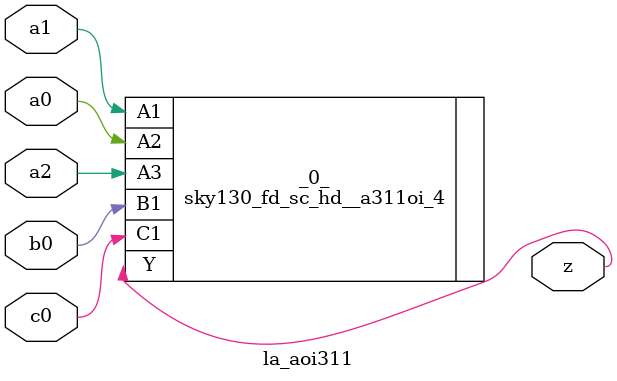
<source format=v>

/* Generated by Yosys 0.44 (git sha1 80ba43d26, g++ 11.4.0-1ubuntu1~22.04 -fPIC -O3) */

(* top =  1  *)
(* src = "generated" *)
module la_aoi311 (
    a0,
    a1,
    a2,
    b0,
    c0,
    z
);
  (* src = "generated" *)
  input a0;
  wire a0;
  (* src = "generated" *)
  input a1;
  wire a1;
  (* src = "generated" *)
  input a2;
  wire a2;
  (* src = "generated" *)
  input b0;
  wire b0;
  (* src = "generated" *)
  input c0;
  wire c0;
  (* src = "generated" *)
  output z;
  wire z;
  sky130_fd_sc_hd__a311oi_4 _0_ (
      .A1(a1),
      .A2(a0),
      .A3(a2),
      .B1(b0),
      .C1(c0),
      .Y (z)
  );
endmodule

</source>
